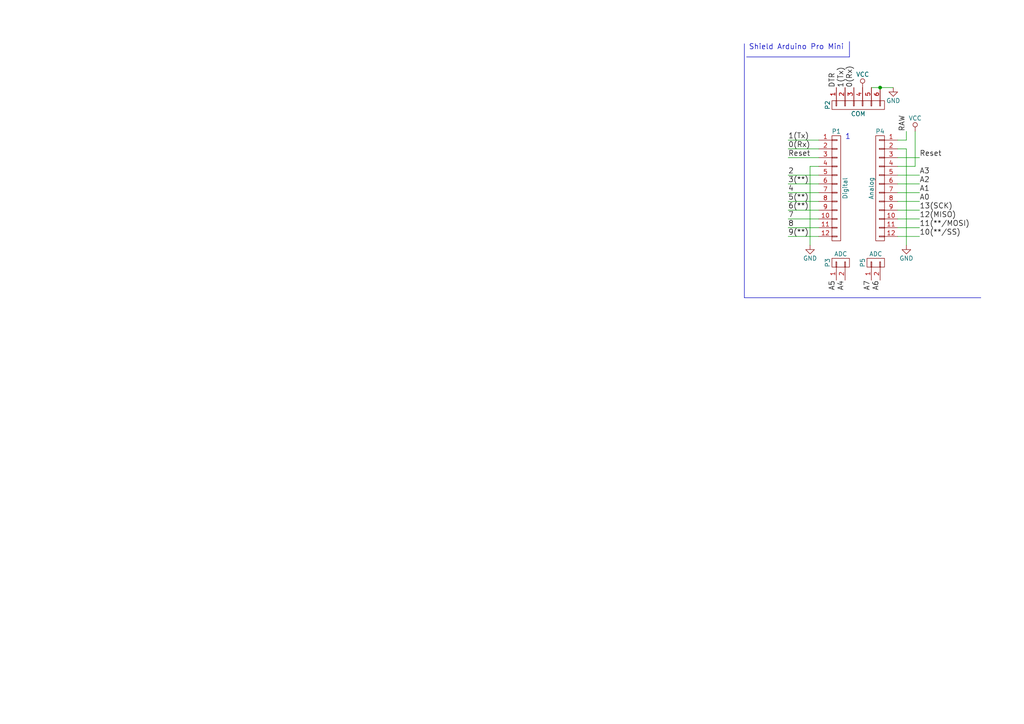
<source format=kicad_sch>
(kicad_sch (version 20230121) (generator eeschema)
  (paper "A4")
  (title_block (date "sam. 04 avril 2015"))
  (lib_symbols
    (symbol "Arduino_Pro_Mini-rescue:CONN_01X02" (pin_names (offset 1.016) hide)
      (property "Reference" "P" (at 0 3.81 0))
      (property "Value" "CONN_01X02" (at 2.54 0 90))
      (symbol "CONN_01X02_0_1"
        (rectangle (start -1.27 -1.143) (end 0.254 -1.397))
        (rectangle (start -1.27 1.397) (end 0.254 1.143))
        (rectangle (start -1.27 2.54) (end 1.27 -2.54))
      )
      (symbol "CONN_01X02_1_1"
        (pin passive line (at -5.08 1.27 0) (length 3.81) (name "P1") (number "1"))
        (pin passive line (at -5.08 -1.27 0) (length 3.81) (name "P2") (number "2"))
      )
    )
    (symbol "Arduino_Pro_Mini-rescue:CONN_01X06" (pin_names (offset 1.016) hide)
      (property "Reference" "P" (at 0 8.89 0))
      (property "Value" "CONN_01X06" (at 2.54 0 90))
      (symbol "CONN_01X06_0_1"
        (rectangle (start -1.27 -6.223) (end 0.254 -6.477))
        (rectangle (start -1.27 -3.683) (end 0.254 -3.937))
        (rectangle (start -1.27 -1.143) (end 0.254 -1.397))
        (rectangle (start -1.27 1.397) (end 0.254 1.143))
        (rectangle (start -1.27 3.937) (end 0.254 3.683))
        (rectangle (start -1.27 6.477) (end 0.254 6.223))
        (rectangle (start -1.27 7.62) (end 1.27 -7.62))
      )
      (symbol "CONN_01X06_1_1"
        (pin passive line (at -5.08 6.35 0) (length 3.81) (name "P1") (number "1"))
        (pin passive line (at -5.08 3.81 0) (length 3.81) (name "P2") (number "2"))
        (pin passive line (at -5.08 1.27 0) (length 3.81) (name "P3") (number "3"))
        (pin passive line (at -5.08 -1.27 0) (length 3.81) (name "P4") (number "4"))
        (pin passive line (at -5.08 -3.81 0) (length 3.81) (name "P5") (number "5"))
        (pin passive line (at -5.08 -6.35 0) (length 3.81) (name "P6") (number "6"))
      )
    )
    (symbol "Arduino_Pro_Mini-rescue:CONN_01X12" (pin_names (offset 1.016) hide)
      (property "Reference" "P" (at 0 16.51 0))
      (property "Value" "CONN_01X12" (at 2.54 0 90))
      (symbol "CONN_01X12_0_1"
        (rectangle (start -1.27 -15.24) (end 1.27 15.24))
        (rectangle (start -1.27 -13.843) (end 0.254 -14.097))
        (rectangle (start -1.27 -11.303) (end 0.254 -11.557))
        (rectangle (start -1.27 -8.763) (end 0.254 -9.017))
        (rectangle (start -1.27 -6.223) (end 0.254 -6.477))
        (rectangle (start -1.27 -3.683) (end 0.254 -3.937))
        (rectangle (start -1.27 -1.143) (end 0.254 -1.397))
        (rectangle (start -1.27 1.397) (end 0.254 1.143))
        (rectangle (start -1.27 3.937) (end 0.254 3.683))
        (rectangle (start -1.27 6.477) (end 0.254 6.223))
        (rectangle (start -1.27 9.017) (end 0.254 8.763))
        (rectangle (start -1.27 11.557) (end 0.254 11.303))
        (rectangle (start -1.27 14.097) (end 0.254 13.843))
      )
      (symbol "CONN_01X12_1_1"
        (pin passive line (at -5.08 13.97 0) (length 3.81) (name "P1") (number "1"))
        (pin passive line (at -5.08 -8.89 0) (length 3.81) (name "P10") (number "10"))
        (pin passive line (at -5.08 -11.43 0) (length 3.81) (name "P11") (number "11"))
        (pin passive line (at -5.08 -13.97 0) (length 3.81) (name "P12") (number "12"))
        (pin passive line (at -5.08 11.43 0) (length 3.81) (name "P2") (number "2"))
        (pin passive line (at -5.08 8.89 0) (length 3.81) (name "P3") (number "3"))
        (pin passive line (at -5.08 6.35 0) (length 3.81) (name "P4") (number "4"))
        (pin passive line (at -5.08 3.81 0) (length 3.81) (name "P5") (number "5"))
        (pin passive line (at -5.08 1.27 0) (length 3.81) (name "P6") (number "6"))
        (pin passive line (at -5.08 -1.27 0) (length 3.81) (name "P7") (number "7"))
        (pin passive line (at -5.08 -3.81 0) (length 3.81) (name "P8") (number "8"))
        (pin passive line (at -5.08 -6.35 0) (length 3.81) (name "P9") (number "9"))
      )
    )
    (symbol "Arduino_Pro_Mini-rescue:GND" (power) (pin_names (offset 0))
      (property "Value" "GND" (at 0 -3.81 0))
      (symbol "GND_0_1"
        (polyline (pts (xy 0 0) (xy 0 -1.27) (xy 1.27 -1.27) (xy 0 -2.54) (xy -1.27 -1.27) (xy 0 -1.27)))
      )
      (symbol "GND_1_1"
        (pin power_in line (at 0 0 270) (length 0) hide (name "GND") (number "1"))
      )
    )
    (symbol "Arduino_Pro_Mini-rescue:VCC" (power) (pin_names (offset 0))
      (property "Value" "VCC" (at 0 3.81 0))
      (symbol "VCC_0_1"
        (polyline (pts (xy 0 0) (xy 0 1.27)))
        (circle (center 0 1.905) (radius 0.635))
      )
      (symbol "VCC_1_1"
        (pin power_in line (at 0 0 90) (length 0) hide (name "VCC") (number "1"))
      )
    )
  )
  (junction (at 255.27 25.4))
  (wire (pts (xy 234.95 48.26) (xy 234.95 71.12)))
  (wire (pts (xy 237.49 55.88) (xy 228.6 55.88)))
  (wire (pts (xy 262.89 43.18) (xy 262.89 71.12)))
  (wire (pts (xy 228.6 50.8) (xy 237.49 50.8)))
  (wire (pts (xy 262.89 38.1) (xy 262.89 40.64)))
  (wire (pts (xy 260.35 53.34) (xy 266.7 53.34)))
  (wire (pts (xy 266.7 66.04) (xy 260.35 66.04)))
  (wire (pts (xy 252.73 25.4) (xy 255.27 25.4)))
  (wire (pts (xy 262.89 40.64) (xy 260.35 40.64)))
  (polyline (pts (xy 284.48 86.36) (xy 215.9 86.36)))
  (wire (pts (xy 260.35 45.72) (xy 266.7 45.72)))
  (wire (pts (xy 266.7 55.88) (xy 260.35 55.88)))
  (polyline (pts (xy 216.535 16.51) (xy 246.38 16.51)))
  (wire (pts (xy 228.6 43.18) (xy 237.49 43.18)))
  (wire (pts (xy 237.49 40.64) (xy 228.6 40.64)))
  (wire (pts (xy 255.27 25.4) (xy 259.08 25.4)))
  (wire (pts (xy 266.7 50.8) (xy 260.35 50.8)))
  (wire (pts (xy 237.49 48.26) (xy 234.95 48.26)))
  (wire (pts (xy 228.6 63.5) (xy 237.49 63.5)))
  (wire (pts (xy 237.49 66.04) (xy 228.6 66.04)))
  (wire (pts (xy 266.7 60.96) (xy 260.35 60.96)))
  (wire (pts (xy 237.49 68.58) (xy 228.6 68.58)))
  (wire (pts (xy 237.49 60.96) (xy 228.6 60.96)))
  (wire (pts (xy 260.35 58.42) (xy 266.7 58.42)))
  (wire (pts (xy 237.49 45.72) (xy 228.6 45.72)))
  (wire (pts (xy 260.35 48.26) (xy 265.43 48.26)))
  (polyline (pts (xy 215.9 86.36) (xy 215.9 12.7)))
  (polyline (pts (xy 246.38 16.51) (xy 246.38 12.065)))
  (wire (pts (xy 265.43 48.26) (xy 265.43 38.1)))
  (wire (pts (xy 260.35 68.58) (xy 266.7 68.58)))
  (wire (pts (xy 260.35 43.18) (xy 262.89 43.18)))
  (wire (pts (xy 237.49 53.34) (xy 228.6 53.34)))
  (wire (pts (xy 260.35 63.5) (xy 266.7 63.5)))
  (wire (pts (xy 228.6 58.42) (xy 237.49 58.42)))
  (text "1" (at 245.11 40.64 0) (effects (font (size 1.524 1.524)) (justify left bottom)))
  (text "Shield Arduino Pro Mini \n" (at 217.17 14.605 0) (effects (font (size 1.524 1.524)) (justify left bottom)))
  (label "2" (at 228.6 50.8 0) (effects (font (size 1.524 1.524))))
  (label "A6" (at 255.27 81.28 270) (effects (font (size 1.524 1.524))))
  (label "0(Rx)" (at 228.6 43.18 0) (effects (font (size 1.524 1.524))))
  (label "6(**)" (at 228.6 60.96 0) (effects (font (size 1.524 1.524))))
  (label "12(MISO)" (at 266.7 63.5 0) (effects (font (size 1.524 1.524))))
  (label "0(Rx)" (at 247.65 25.4 90) (effects (font (size 1.524 1.524))))
  (label "A0" (at 266.7 58.42 0) (effects (font (size 1.524 1.524))))
  (label "A4" (at 245.11 81.28 270) (effects (font (size 1.524 1.524))))
  (label "1(Tx)" (at 245.11 25.4 90) (effects (font (size 1.524 1.524))))
  (label "A3" (at 266.7 50.8 0) (effects (font (size 1.524 1.524))))
  (label "Reset" (at 266.7 45.72 0) (effects (font (size 1.524 1.524))))
  (label "10(**/SS)" (at 266.7 68.58 0) (effects (font (size 1.524 1.524))))
  (label "A5" (at 242.57 81.28 270) (effects (font (size 1.524 1.524))))
  (label "1(Tx)" (at 228.6 40.64 0) (effects (font (size 1.524 1.524))))
  (label "DTR" (at 242.57 25.4 90) (effects (font (size 1.524 1.524))))
  (label "8" (at 228.6 66.04 0) (effects (font (size 1.524 1.524))))
  (label "11(**/MOSI)" (at 266.7 66.04 0) (effects (font (size 1.524 1.524))))
  (label "13(SCK)" (at 266.7 60.96 0) (effects (font (size 1.524 1.524))))
  (label "RAW" (at 262.89 38.1 90) (effects (font (size 1.524 1.524))))
  (label "4" (at 228.6 55.88 0) (effects (font (size 1.524 1.524))))
  (label "5(**)" (at 228.6 58.42 0) (effects (font (size 1.524 1.524))))
  (label "A7" (at 252.73 81.28 270) (effects (font (size 1.524 1.524))))
  (label "3(**)" (at 228.6 53.34 0) (effects (font (size 1.524 1.524))))
  (label "A1" (at 266.7 55.88 0) (effects (font (size 1.524 1.524))))
  (label "A2" (at 266.7 53.34 0) (effects (font (size 1.524 1.524))))
  (label "9(**)" (at 228.6 68.58 0) (effects (font (size 1.524 1.524))))
  (label "7" (at 228.6 63.5 0) (effects (font (size 1.524 1.524))))
  (label "Reset" (at 228.6 45.72 0) (effects (font (size 1.524 1.524))))
  (symbol (lib_id "Arduino_Pro_Mini-rescue:CONN_01X02") (at 243.84 76.2 90) (unit 1)
    (property "Reference" "P3" (at 240.03 76.2 0))
    (property "Value" "ADC" (at 243.84 73.66 90))
    (property "Footprint" "Socket_Arduino_Pro_Mini:Socket_Strip_Arduino_1x02" (effects hide))
  )
  (symbol (lib_id "Arduino_Pro_Mini-rescue:CONN_01X02") (at 254 76.2 90) (unit 1)
    (property "Reference" "P5" (at 250.19 76.2 0))
    (property "Value" "ADC" (at 254 73.66 90))
    (property "Footprint" "Socket_Arduino_Pro_Mini:Socket_Strip_Arduino_1x02" (effects hide))
  )
  (symbol (lib_id "Arduino_Pro_Mini-rescue:CONN_01X06") (at 248.92 30.48 90) (mirror x) (unit 1)
    (property "Reference" "P2" (at 240.03 30.48 0))
    (property "Value" "COM" (at 248.92 33.02 90))
    (property "Footprint" "Socket_Arduino_Pro_Mini:Socket_Strip_Arduino_1x06" (effects hide))
  )
  (symbol (lib_id "Arduino_Pro_Mini-rescue:GND") (at 259.08 25.4 0) (unit 1)
    (property "Reference" "#PWR01" (effects hide))
    (property "Value" "GND" (at 259.08 29.21 0))
  )
  (symbol (lib_id "Arduino_Pro_Mini-rescue:VCC") (at 250.19 25.4 0) (unit 1)
    (property "Reference" "#PWR02" (effects hide))
    (property "Value" "VCC" (at 250.19 21.59 0))
  )
  (symbol (lib_id "Arduino_Pro_Mini-rescue:CONN_01X12") (at 242.57 54.61 0) (unit 1)
    (property "Reference" "P1" (at 242.57 38.1 0))
    (property "Value" "Digital" (at 245.11 54.61 90))
    (property "Footprint" "Socket_Arduino_Pro_Mini:Socket_Strip_Arduino_1x12" (effects hide))
  )
  (symbol (lib_id "Arduino_Pro_Mini-rescue:CONN_01X12") (at 255.27 54.61 0) (mirror y) (unit 1)
    (property "Reference" "P4" (at 255.27 38.1 0))
    (property "Value" "Analog" (at 252.73 54.61 90))
    (property "Footprint" "Socket_Arduino_Pro_Mini:Socket_Strip_Arduino_1x12" (effects hide))
  )
  (symbol (lib_id "Arduino_Pro_Mini-rescue:GND") (at 234.95 71.12 0) (unit 1)
    (property "Reference" "#PWR03" (effects hide))
    (property "Value" "GND" (at 234.95 74.93 0))
  )
  (symbol (lib_id "Arduino_Pro_Mini-rescue:GND") (at 262.89 71.12 0) (unit 1)
    (property "Reference" "#PWR04" (effects hide))
    (property "Value" "GND" (at 262.89 74.93 0))
  )
  (symbol (lib_id "Arduino_Pro_Mini-rescue:VCC") (at 265.43 38.1 0) (unit 1)
    (property "Reference" "#PWR05" (effects hide))
    (property "Value" "VCC" (at 265.43 34.29 0))
  )
)
</source>
